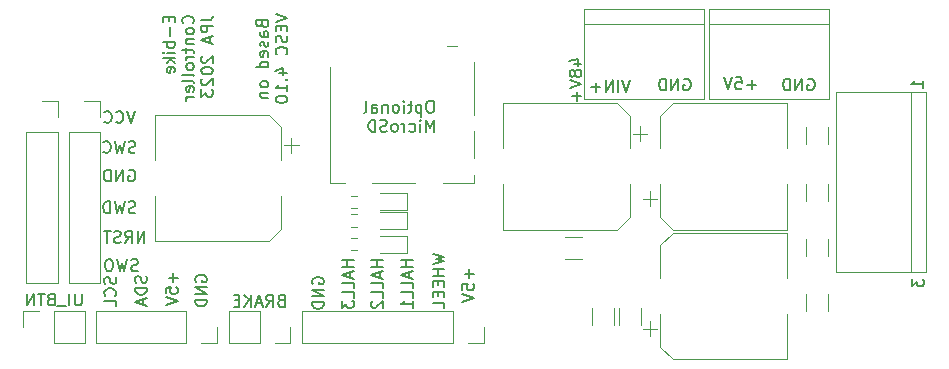
<source format=gbo>
G04 #@! TF.GenerationSoftware,KiCad,Pcbnew,7.0.2-6a45011f42~172~ubuntu20.04.1*
G04 #@! TF.CreationDate,2023-05-22T19:25:16+03:00*
G04 #@! TF.ProjectId,BLDC_4,424c4443-5f34-42e6-9b69-6361645f7063,rev?*
G04 #@! TF.SameCoordinates,PX40d9900PYa21fe80*
G04 #@! TF.FileFunction,Legend,Bot*
G04 #@! TF.FilePolarity,Positive*
%FSLAX46Y46*%
G04 Gerber Fmt 4.6, Leading zero omitted, Abs format (unit mm)*
G04 Created by KiCad (PCBNEW 7.0.2-6a45011f42~172~ubuntu20.04.1) date 2023-05-22 19:25:16*
%MOMM*%
%LPD*%
G01*
G04 APERTURE LIST*
%ADD10C,0.150000*%
%ADD11C,0.200000*%
%ADD12C,0.120000*%
G04 APERTURE END LIST*
D10*
X40661904Y99922381D02*
X40661904Y100922381D01*
X40661904Y100922381D02*
X40090476Y99922381D01*
X40090476Y99922381D02*
X40090476Y100922381D01*
X39042857Y99922381D02*
X39376190Y100398572D01*
X39614285Y99922381D02*
X39614285Y100922381D01*
X39614285Y100922381D02*
X39233333Y100922381D01*
X39233333Y100922381D02*
X39138095Y100874762D01*
X39138095Y100874762D02*
X39090476Y100827143D01*
X39090476Y100827143D02*
X39042857Y100731905D01*
X39042857Y100731905D02*
X39042857Y100589048D01*
X39042857Y100589048D02*
X39090476Y100493810D01*
X39090476Y100493810D02*
X39138095Y100446191D01*
X39138095Y100446191D02*
X39233333Y100398572D01*
X39233333Y100398572D02*
X39614285Y100398572D01*
X38661904Y99970000D02*
X38519047Y99922381D01*
X38519047Y99922381D02*
X38280952Y99922381D01*
X38280952Y99922381D02*
X38185714Y99970000D01*
X38185714Y99970000D02*
X38138095Y100017620D01*
X38138095Y100017620D02*
X38090476Y100112858D01*
X38090476Y100112858D02*
X38090476Y100208096D01*
X38090476Y100208096D02*
X38138095Y100303334D01*
X38138095Y100303334D02*
X38185714Y100350953D01*
X38185714Y100350953D02*
X38280952Y100398572D01*
X38280952Y100398572D02*
X38471428Y100446191D01*
X38471428Y100446191D02*
X38566666Y100493810D01*
X38566666Y100493810D02*
X38614285Y100541429D01*
X38614285Y100541429D02*
X38661904Y100636667D01*
X38661904Y100636667D02*
X38661904Y100731905D01*
X38661904Y100731905D02*
X38614285Y100827143D01*
X38614285Y100827143D02*
X38566666Y100874762D01*
X38566666Y100874762D02*
X38471428Y100922381D01*
X38471428Y100922381D02*
X38233333Y100922381D01*
X38233333Y100922381D02*
X38090476Y100874762D01*
X37804761Y100922381D02*
X37233333Y100922381D01*
X37519047Y99922381D02*
X37519047Y100922381D01*
X77010952Y115033334D02*
X77677619Y115033334D01*
X76630000Y115271429D02*
X77344285Y115509524D01*
X77344285Y115509524D02*
X77344285Y114890477D01*
X77106190Y114366667D02*
X77058571Y114461905D01*
X77058571Y114461905D02*
X77010952Y114509524D01*
X77010952Y114509524D02*
X76915714Y114557143D01*
X76915714Y114557143D02*
X76868095Y114557143D01*
X76868095Y114557143D02*
X76772857Y114509524D01*
X76772857Y114509524D02*
X76725238Y114461905D01*
X76725238Y114461905D02*
X76677619Y114366667D01*
X76677619Y114366667D02*
X76677619Y114176191D01*
X76677619Y114176191D02*
X76725238Y114080953D01*
X76725238Y114080953D02*
X76772857Y114033334D01*
X76772857Y114033334D02*
X76868095Y113985715D01*
X76868095Y113985715D02*
X76915714Y113985715D01*
X76915714Y113985715D02*
X77010952Y114033334D01*
X77010952Y114033334D02*
X77058571Y114080953D01*
X77058571Y114080953D02*
X77106190Y114176191D01*
X77106190Y114176191D02*
X77106190Y114366667D01*
X77106190Y114366667D02*
X77153809Y114461905D01*
X77153809Y114461905D02*
X77201428Y114509524D01*
X77201428Y114509524D02*
X77296666Y114557143D01*
X77296666Y114557143D02*
X77487142Y114557143D01*
X77487142Y114557143D02*
X77582380Y114509524D01*
X77582380Y114509524D02*
X77630000Y114461905D01*
X77630000Y114461905D02*
X77677619Y114366667D01*
X77677619Y114366667D02*
X77677619Y114176191D01*
X77677619Y114176191D02*
X77630000Y114080953D01*
X77630000Y114080953D02*
X77582380Y114033334D01*
X77582380Y114033334D02*
X77487142Y113985715D01*
X77487142Y113985715D02*
X77296666Y113985715D01*
X77296666Y113985715D02*
X77201428Y114033334D01*
X77201428Y114033334D02*
X77153809Y114080953D01*
X77153809Y114080953D02*
X77106190Y114176191D01*
X76677619Y113700000D02*
X77677619Y113366667D01*
X77677619Y113366667D02*
X76677619Y113033334D01*
X77296666Y112700000D02*
X77296666Y111938095D01*
X77677619Y112319048D02*
X76915714Y112319048D01*
X60877619Y98461905D02*
X59877619Y98461905D01*
X60353809Y98461905D02*
X60353809Y97890477D01*
X60877619Y97890477D02*
X59877619Y97890477D01*
X60591904Y97461905D02*
X60591904Y96985715D01*
X60877619Y97557143D02*
X59877619Y97223810D01*
X59877619Y97223810D02*
X60877619Y96890477D01*
X60877619Y96080953D02*
X60877619Y96557143D01*
X60877619Y96557143D02*
X59877619Y96557143D01*
X60877619Y95271429D02*
X60877619Y95747619D01*
X60877619Y95747619D02*
X59877619Y95747619D01*
X59972857Y94985714D02*
X59925238Y94938095D01*
X59925238Y94938095D02*
X59877619Y94842857D01*
X59877619Y94842857D02*
X59877619Y94604762D01*
X59877619Y94604762D02*
X59925238Y94509524D01*
X59925238Y94509524D02*
X59972857Y94461905D01*
X59972857Y94461905D02*
X60068095Y94414286D01*
X60068095Y94414286D02*
X60163333Y94414286D01*
X60163333Y94414286D02*
X60306190Y94461905D01*
X60306190Y94461905D02*
X60877619Y95033333D01*
X60877619Y95033333D02*
X60877619Y94414286D01*
X40830000Y97109524D02*
X40877619Y96966667D01*
X40877619Y96966667D02*
X40877619Y96728572D01*
X40877619Y96728572D02*
X40830000Y96633334D01*
X40830000Y96633334D02*
X40782380Y96585715D01*
X40782380Y96585715D02*
X40687142Y96538096D01*
X40687142Y96538096D02*
X40591904Y96538096D01*
X40591904Y96538096D02*
X40496666Y96585715D01*
X40496666Y96585715D02*
X40449047Y96633334D01*
X40449047Y96633334D02*
X40401428Y96728572D01*
X40401428Y96728572D02*
X40353809Y96919048D01*
X40353809Y96919048D02*
X40306190Y97014286D01*
X40306190Y97014286D02*
X40258571Y97061905D01*
X40258571Y97061905D02*
X40163333Y97109524D01*
X40163333Y97109524D02*
X40068095Y97109524D01*
X40068095Y97109524D02*
X39972857Y97061905D01*
X39972857Y97061905D02*
X39925238Y97014286D01*
X39925238Y97014286D02*
X39877619Y96919048D01*
X39877619Y96919048D02*
X39877619Y96680953D01*
X39877619Y96680953D02*
X39925238Y96538096D01*
X40877619Y96109524D02*
X39877619Y96109524D01*
X39877619Y96109524D02*
X39877619Y95871429D01*
X39877619Y95871429D02*
X39925238Y95728572D01*
X39925238Y95728572D02*
X40020476Y95633334D01*
X40020476Y95633334D02*
X40115714Y95585715D01*
X40115714Y95585715D02*
X40306190Y95538096D01*
X40306190Y95538096D02*
X40449047Y95538096D01*
X40449047Y95538096D02*
X40639523Y95585715D01*
X40639523Y95585715D02*
X40734761Y95633334D01*
X40734761Y95633334D02*
X40830000Y95728572D01*
X40830000Y95728572D02*
X40877619Y95871429D01*
X40877619Y95871429D02*
X40877619Y96109524D01*
X40591904Y95157143D02*
X40591904Y94680953D01*
X40877619Y95252381D02*
X39877619Y94919048D01*
X39877619Y94919048D02*
X40877619Y94585715D01*
X92461904Y113303334D02*
X91700000Y113303334D01*
X92080952Y112922381D02*
X92080952Y113684286D01*
X90747619Y113922381D02*
X91223809Y113922381D01*
X91223809Y113922381D02*
X91271428Y113446191D01*
X91271428Y113446191D02*
X91223809Y113493810D01*
X91223809Y113493810D02*
X91128571Y113541429D01*
X91128571Y113541429D02*
X90890476Y113541429D01*
X90890476Y113541429D02*
X90795238Y113493810D01*
X90795238Y113493810D02*
X90747619Y113446191D01*
X90747619Y113446191D02*
X90700000Y113350953D01*
X90700000Y113350953D02*
X90700000Y113112858D01*
X90700000Y113112858D02*
X90747619Y113017620D01*
X90747619Y113017620D02*
X90795238Y112970000D01*
X90795238Y112970000D02*
X90890476Y112922381D01*
X90890476Y112922381D02*
X91128571Y112922381D01*
X91128571Y112922381D02*
X91223809Y112970000D01*
X91223809Y112970000D02*
X91271428Y113017620D01*
X90414285Y113922381D02*
X90080952Y112922381D01*
X90080952Y112922381D02*
X89747619Y113922381D01*
X63377619Y98461905D02*
X62377619Y98461905D01*
X62853809Y98461905D02*
X62853809Y97890477D01*
X63377619Y97890477D02*
X62377619Y97890477D01*
X63091904Y97461905D02*
X63091904Y96985715D01*
X63377619Y97557143D02*
X62377619Y97223810D01*
X62377619Y97223810D02*
X63377619Y96890477D01*
X63377619Y96080953D02*
X63377619Y96557143D01*
X63377619Y96557143D02*
X62377619Y96557143D01*
X63377619Y95271429D02*
X63377619Y95747619D01*
X63377619Y95747619D02*
X62377619Y95747619D01*
X63377619Y94414286D02*
X63377619Y94985714D01*
X63377619Y94700000D02*
X62377619Y94700000D01*
X62377619Y94700000D02*
X62520476Y94795238D01*
X62520476Y94795238D02*
X62615714Y94890476D01*
X62615714Y94890476D02*
X62663333Y94985714D01*
X39338095Y106074762D02*
X39433333Y106122381D01*
X39433333Y106122381D02*
X39576190Y106122381D01*
X39576190Y106122381D02*
X39719047Y106074762D01*
X39719047Y106074762D02*
X39814285Y105979524D01*
X39814285Y105979524D02*
X39861904Y105884286D01*
X39861904Y105884286D02*
X39909523Y105693810D01*
X39909523Y105693810D02*
X39909523Y105550953D01*
X39909523Y105550953D02*
X39861904Y105360477D01*
X39861904Y105360477D02*
X39814285Y105265239D01*
X39814285Y105265239D02*
X39719047Y105170000D01*
X39719047Y105170000D02*
X39576190Y105122381D01*
X39576190Y105122381D02*
X39480952Y105122381D01*
X39480952Y105122381D02*
X39338095Y105170000D01*
X39338095Y105170000D02*
X39290476Y105217620D01*
X39290476Y105217620D02*
X39290476Y105550953D01*
X39290476Y105550953D02*
X39480952Y105550953D01*
X38861904Y105122381D02*
X38861904Y106122381D01*
X38861904Y106122381D02*
X38290476Y105122381D01*
X38290476Y105122381D02*
X38290476Y106122381D01*
X37814285Y105122381D02*
X37814285Y106122381D01*
X37814285Y106122381D02*
X37576190Y106122381D01*
X37576190Y106122381D02*
X37433333Y106074762D01*
X37433333Y106074762D02*
X37338095Y105979524D01*
X37338095Y105979524D02*
X37290476Y105884286D01*
X37290476Y105884286D02*
X37242857Y105693810D01*
X37242857Y105693810D02*
X37242857Y105550953D01*
X37242857Y105550953D02*
X37290476Y105360477D01*
X37290476Y105360477D02*
X37338095Y105265239D01*
X37338095Y105265239D02*
X37433333Y105170000D01*
X37433333Y105170000D02*
X37576190Y105122381D01*
X37576190Y105122381D02*
X37814285Y105122381D01*
X43096666Y97361905D02*
X43096666Y96600000D01*
X43477619Y96980953D02*
X42715714Y96980953D01*
X42477619Y95647620D02*
X42477619Y96123810D01*
X42477619Y96123810D02*
X42953809Y96171429D01*
X42953809Y96171429D02*
X42906190Y96123810D01*
X42906190Y96123810D02*
X42858571Y96028572D01*
X42858571Y96028572D02*
X42858571Y95790477D01*
X42858571Y95790477D02*
X42906190Y95695239D01*
X42906190Y95695239D02*
X42953809Y95647620D01*
X42953809Y95647620D02*
X43049047Y95600001D01*
X43049047Y95600001D02*
X43287142Y95600001D01*
X43287142Y95600001D02*
X43382380Y95647620D01*
X43382380Y95647620D02*
X43430000Y95695239D01*
X43430000Y95695239D02*
X43477619Y95790477D01*
X43477619Y95790477D02*
X43477619Y96028572D01*
X43477619Y96028572D02*
X43430000Y96123810D01*
X43430000Y96123810D02*
X43382380Y96171429D01*
X42477619Y95314286D02*
X43477619Y94980953D01*
X43477619Y94980953D02*
X42477619Y94647620D01*
X45025238Y96638096D02*
X44977619Y96733334D01*
X44977619Y96733334D02*
X44977619Y96876191D01*
X44977619Y96876191D02*
X45025238Y97019048D01*
X45025238Y97019048D02*
X45120476Y97114286D01*
X45120476Y97114286D02*
X45215714Y97161905D01*
X45215714Y97161905D02*
X45406190Y97209524D01*
X45406190Y97209524D02*
X45549047Y97209524D01*
X45549047Y97209524D02*
X45739523Y97161905D01*
X45739523Y97161905D02*
X45834761Y97114286D01*
X45834761Y97114286D02*
X45930000Y97019048D01*
X45930000Y97019048D02*
X45977619Y96876191D01*
X45977619Y96876191D02*
X45977619Y96780953D01*
X45977619Y96780953D02*
X45930000Y96638096D01*
X45930000Y96638096D02*
X45882380Y96590477D01*
X45882380Y96590477D02*
X45549047Y96590477D01*
X45549047Y96590477D02*
X45549047Y96780953D01*
X45977619Y96161905D02*
X44977619Y96161905D01*
X44977619Y96161905D02*
X45977619Y95590477D01*
X45977619Y95590477D02*
X44977619Y95590477D01*
X45977619Y95114286D02*
X44977619Y95114286D01*
X44977619Y95114286D02*
X44977619Y94876191D01*
X44977619Y94876191D02*
X45025238Y94733334D01*
X45025238Y94733334D02*
X45120476Y94638096D01*
X45120476Y94638096D02*
X45215714Y94590477D01*
X45215714Y94590477D02*
X45406190Y94542858D01*
X45406190Y94542858D02*
X45549047Y94542858D01*
X45549047Y94542858D02*
X45739523Y94590477D01*
X45739523Y94590477D02*
X45834761Y94638096D01*
X45834761Y94638096D02*
X45930000Y94733334D01*
X45930000Y94733334D02*
X45977619Y94876191D01*
X45977619Y94876191D02*
X45977619Y95114286D01*
X65077619Y98957143D02*
X66077619Y98719048D01*
X66077619Y98719048D02*
X65363333Y98528572D01*
X65363333Y98528572D02*
X66077619Y98338096D01*
X66077619Y98338096D02*
X65077619Y98100000D01*
X66077619Y97719048D02*
X65077619Y97719048D01*
X65553809Y97719048D02*
X65553809Y97147620D01*
X66077619Y97147620D02*
X65077619Y97147620D01*
X65553809Y96671429D02*
X65553809Y96338096D01*
X66077619Y96195239D02*
X66077619Y96671429D01*
X66077619Y96671429D02*
X65077619Y96671429D01*
X65077619Y96671429D02*
X65077619Y96195239D01*
X65553809Y95766667D02*
X65553809Y95433334D01*
X66077619Y95290477D02*
X66077619Y95766667D01*
X66077619Y95766667D02*
X65077619Y95766667D01*
X65077619Y95766667D02*
X65077619Y95290477D01*
X66077619Y94385715D02*
X66077619Y94861905D01*
X66077619Y94861905D02*
X65077619Y94861905D01*
X54925238Y96438096D02*
X54877619Y96533334D01*
X54877619Y96533334D02*
X54877619Y96676191D01*
X54877619Y96676191D02*
X54925238Y96819048D01*
X54925238Y96819048D02*
X55020476Y96914286D01*
X55020476Y96914286D02*
X55115714Y96961905D01*
X55115714Y96961905D02*
X55306190Y97009524D01*
X55306190Y97009524D02*
X55449047Y97009524D01*
X55449047Y97009524D02*
X55639523Y96961905D01*
X55639523Y96961905D02*
X55734761Y96914286D01*
X55734761Y96914286D02*
X55830000Y96819048D01*
X55830000Y96819048D02*
X55877619Y96676191D01*
X55877619Y96676191D02*
X55877619Y96580953D01*
X55877619Y96580953D02*
X55830000Y96438096D01*
X55830000Y96438096D02*
X55782380Y96390477D01*
X55782380Y96390477D02*
X55449047Y96390477D01*
X55449047Y96390477D02*
X55449047Y96580953D01*
X55877619Y95961905D02*
X54877619Y95961905D01*
X54877619Y95961905D02*
X55877619Y95390477D01*
X55877619Y95390477D02*
X54877619Y95390477D01*
X55877619Y94914286D02*
X54877619Y94914286D01*
X54877619Y94914286D02*
X54877619Y94676191D01*
X54877619Y94676191D02*
X54925238Y94533334D01*
X54925238Y94533334D02*
X55020476Y94438096D01*
X55020476Y94438096D02*
X55115714Y94390477D01*
X55115714Y94390477D02*
X55306190Y94342858D01*
X55306190Y94342858D02*
X55449047Y94342858D01*
X55449047Y94342858D02*
X55639523Y94390477D01*
X55639523Y94390477D02*
X55734761Y94438096D01*
X55734761Y94438096D02*
X55830000Y94533334D01*
X55830000Y94533334D02*
X55877619Y94676191D01*
X55877619Y94676191D02*
X55877619Y94914286D01*
X39909523Y107570000D02*
X39766666Y107522381D01*
X39766666Y107522381D02*
X39528571Y107522381D01*
X39528571Y107522381D02*
X39433333Y107570000D01*
X39433333Y107570000D02*
X39385714Y107617620D01*
X39385714Y107617620D02*
X39338095Y107712858D01*
X39338095Y107712858D02*
X39338095Y107808096D01*
X39338095Y107808096D02*
X39385714Y107903334D01*
X39385714Y107903334D02*
X39433333Y107950953D01*
X39433333Y107950953D02*
X39528571Y107998572D01*
X39528571Y107998572D02*
X39719047Y108046191D01*
X39719047Y108046191D02*
X39814285Y108093810D01*
X39814285Y108093810D02*
X39861904Y108141429D01*
X39861904Y108141429D02*
X39909523Y108236667D01*
X39909523Y108236667D02*
X39909523Y108331905D01*
X39909523Y108331905D02*
X39861904Y108427143D01*
X39861904Y108427143D02*
X39814285Y108474762D01*
X39814285Y108474762D02*
X39719047Y108522381D01*
X39719047Y108522381D02*
X39480952Y108522381D01*
X39480952Y108522381D02*
X39338095Y108474762D01*
X39004761Y108522381D02*
X38766666Y107522381D01*
X38766666Y107522381D02*
X38576190Y108236667D01*
X38576190Y108236667D02*
X38385714Y107522381D01*
X38385714Y107522381D02*
X38147619Y108522381D01*
X37195238Y107617620D02*
X37242857Y107570000D01*
X37242857Y107570000D02*
X37385714Y107522381D01*
X37385714Y107522381D02*
X37480952Y107522381D01*
X37480952Y107522381D02*
X37623809Y107570000D01*
X37623809Y107570000D02*
X37719047Y107665239D01*
X37719047Y107665239D02*
X37766666Y107760477D01*
X37766666Y107760477D02*
X37814285Y107950953D01*
X37814285Y107950953D02*
X37814285Y108093810D01*
X37814285Y108093810D02*
X37766666Y108284286D01*
X37766666Y108284286D02*
X37719047Y108379524D01*
X37719047Y108379524D02*
X37623809Y108474762D01*
X37623809Y108474762D02*
X37480952Y108522381D01*
X37480952Y108522381D02*
X37385714Y108522381D01*
X37385714Y108522381D02*
X37242857Y108474762D01*
X37242857Y108474762D02*
X37195238Y108427143D01*
X105677619Y96857143D02*
X105677619Y96238096D01*
X105677619Y96238096D02*
X106058571Y96571429D01*
X106058571Y96571429D02*
X106058571Y96428572D01*
X106058571Y96428572D02*
X106106190Y96333334D01*
X106106190Y96333334D02*
X106153809Y96285715D01*
X106153809Y96285715D02*
X106249047Y96238096D01*
X106249047Y96238096D02*
X106487142Y96238096D01*
X106487142Y96238096D02*
X106582380Y96285715D01*
X106582380Y96285715D02*
X106630000Y96333334D01*
X106630000Y96333334D02*
X106677619Y96428572D01*
X106677619Y96428572D02*
X106677619Y96714286D01*
X106677619Y96714286D02*
X106630000Y96809524D01*
X106630000Y96809524D02*
X106582380Y96857143D01*
X68196666Y97661905D02*
X68196666Y96900000D01*
X68577619Y97280953D02*
X67815714Y97280953D01*
X67577619Y95947620D02*
X67577619Y96423810D01*
X67577619Y96423810D02*
X68053809Y96471429D01*
X68053809Y96471429D02*
X68006190Y96423810D01*
X68006190Y96423810D02*
X67958571Y96328572D01*
X67958571Y96328572D02*
X67958571Y96090477D01*
X67958571Y96090477D02*
X68006190Y95995239D01*
X68006190Y95995239D02*
X68053809Y95947620D01*
X68053809Y95947620D02*
X68149047Y95900001D01*
X68149047Y95900001D02*
X68387142Y95900001D01*
X68387142Y95900001D02*
X68482380Y95947620D01*
X68482380Y95947620D02*
X68530000Y95995239D01*
X68530000Y95995239D02*
X68577619Y96090477D01*
X68577619Y96090477D02*
X68577619Y96328572D01*
X68577619Y96328572D02*
X68530000Y96423810D01*
X68530000Y96423810D02*
X68482380Y96471429D01*
X67577619Y95614286D02*
X68577619Y95280953D01*
X68577619Y95280953D02*
X67577619Y94947620D01*
D11*
X42718809Y119061905D02*
X42718809Y118728572D01*
X43242619Y118585715D02*
X43242619Y119061905D01*
X43242619Y119061905D02*
X42242619Y119061905D01*
X42242619Y119061905D02*
X42242619Y118585715D01*
X42861666Y118157143D02*
X42861666Y117395238D01*
X43242619Y116919048D02*
X42242619Y116919048D01*
X42623571Y116919048D02*
X42575952Y116823810D01*
X42575952Y116823810D02*
X42575952Y116633334D01*
X42575952Y116633334D02*
X42623571Y116538096D01*
X42623571Y116538096D02*
X42671190Y116490477D01*
X42671190Y116490477D02*
X42766428Y116442858D01*
X42766428Y116442858D02*
X43052142Y116442858D01*
X43052142Y116442858D02*
X43147380Y116490477D01*
X43147380Y116490477D02*
X43195000Y116538096D01*
X43195000Y116538096D02*
X43242619Y116633334D01*
X43242619Y116633334D02*
X43242619Y116823810D01*
X43242619Y116823810D02*
X43195000Y116919048D01*
X43242619Y116014286D02*
X42575952Y116014286D01*
X42242619Y116014286D02*
X42290238Y116061905D01*
X42290238Y116061905D02*
X42337857Y116014286D01*
X42337857Y116014286D02*
X42290238Y115966667D01*
X42290238Y115966667D02*
X42242619Y116014286D01*
X42242619Y116014286D02*
X42337857Y116014286D01*
X43242619Y115538096D02*
X42242619Y115538096D01*
X42861666Y115442858D02*
X43242619Y115157144D01*
X42575952Y115157144D02*
X42956904Y115538096D01*
X43195000Y114347620D02*
X43242619Y114442858D01*
X43242619Y114442858D02*
X43242619Y114633334D01*
X43242619Y114633334D02*
X43195000Y114728572D01*
X43195000Y114728572D02*
X43099761Y114776191D01*
X43099761Y114776191D02*
X42718809Y114776191D01*
X42718809Y114776191D02*
X42623571Y114728572D01*
X42623571Y114728572D02*
X42575952Y114633334D01*
X42575952Y114633334D02*
X42575952Y114442858D01*
X42575952Y114442858D02*
X42623571Y114347620D01*
X42623571Y114347620D02*
X42718809Y114300001D01*
X42718809Y114300001D02*
X42814047Y114300001D01*
X42814047Y114300001D02*
X42909285Y114776191D01*
X44767380Y118490477D02*
X44815000Y118538096D01*
X44815000Y118538096D02*
X44862619Y118680953D01*
X44862619Y118680953D02*
X44862619Y118776191D01*
X44862619Y118776191D02*
X44815000Y118919048D01*
X44815000Y118919048D02*
X44719761Y119014286D01*
X44719761Y119014286D02*
X44624523Y119061905D01*
X44624523Y119061905D02*
X44434047Y119109524D01*
X44434047Y119109524D02*
X44291190Y119109524D01*
X44291190Y119109524D02*
X44100714Y119061905D01*
X44100714Y119061905D02*
X44005476Y119014286D01*
X44005476Y119014286D02*
X43910238Y118919048D01*
X43910238Y118919048D02*
X43862619Y118776191D01*
X43862619Y118776191D02*
X43862619Y118680953D01*
X43862619Y118680953D02*
X43910238Y118538096D01*
X43910238Y118538096D02*
X43957857Y118490477D01*
X44862619Y117919048D02*
X44815000Y118014286D01*
X44815000Y118014286D02*
X44767380Y118061905D01*
X44767380Y118061905D02*
X44672142Y118109524D01*
X44672142Y118109524D02*
X44386428Y118109524D01*
X44386428Y118109524D02*
X44291190Y118061905D01*
X44291190Y118061905D02*
X44243571Y118014286D01*
X44243571Y118014286D02*
X44195952Y117919048D01*
X44195952Y117919048D02*
X44195952Y117776191D01*
X44195952Y117776191D02*
X44243571Y117680953D01*
X44243571Y117680953D02*
X44291190Y117633334D01*
X44291190Y117633334D02*
X44386428Y117585715D01*
X44386428Y117585715D02*
X44672142Y117585715D01*
X44672142Y117585715D02*
X44767380Y117633334D01*
X44767380Y117633334D02*
X44815000Y117680953D01*
X44815000Y117680953D02*
X44862619Y117776191D01*
X44862619Y117776191D02*
X44862619Y117919048D01*
X44195952Y117157143D02*
X44862619Y117157143D01*
X44291190Y117157143D02*
X44243571Y117109524D01*
X44243571Y117109524D02*
X44195952Y117014286D01*
X44195952Y117014286D02*
X44195952Y116871429D01*
X44195952Y116871429D02*
X44243571Y116776191D01*
X44243571Y116776191D02*
X44338809Y116728572D01*
X44338809Y116728572D02*
X44862619Y116728572D01*
X44195952Y116395238D02*
X44195952Y116014286D01*
X43862619Y116252381D02*
X44719761Y116252381D01*
X44719761Y116252381D02*
X44815000Y116204762D01*
X44815000Y116204762D02*
X44862619Y116109524D01*
X44862619Y116109524D02*
X44862619Y116014286D01*
X44862619Y115680952D02*
X44195952Y115680952D01*
X44386428Y115680952D02*
X44291190Y115633333D01*
X44291190Y115633333D02*
X44243571Y115585714D01*
X44243571Y115585714D02*
X44195952Y115490476D01*
X44195952Y115490476D02*
X44195952Y115395238D01*
X44862619Y114919047D02*
X44815000Y115014285D01*
X44815000Y115014285D02*
X44767380Y115061904D01*
X44767380Y115061904D02*
X44672142Y115109523D01*
X44672142Y115109523D02*
X44386428Y115109523D01*
X44386428Y115109523D02*
X44291190Y115061904D01*
X44291190Y115061904D02*
X44243571Y115014285D01*
X44243571Y115014285D02*
X44195952Y114919047D01*
X44195952Y114919047D02*
X44195952Y114776190D01*
X44195952Y114776190D02*
X44243571Y114680952D01*
X44243571Y114680952D02*
X44291190Y114633333D01*
X44291190Y114633333D02*
X44386428Y114585714D01*
X44386428Y114585714D02*
X44672142Y114585714D01*
X44672142Y114585714D02*
X44767380Y114633333D01*
X44767380Y114633333D02*
X44815000Y114680952D01*
X44815000Y114680952D02*
X44862619Y114776190D01*
X44862619Y114776190D02*
X44862619Y114919047D01*
X44862619Y114014285D02*
X44815000Y114109523D01*
X44815000Y114109523D02*
X44719761Y114157142D01*
X44719761Y114157142D02*
X43862619Y114157142D01*
X44862619Y113490475D02*
X44815000Y113585713D01*
X44815000Y113585713D02*
X44719761Y113633332D01*
X44719761Y113633332D02*
X43862619Y113633332D01*
X44815000Y112728570D02*
X44862619Y112823808D01*
X44862619Y112823808D02*
X44862619Y113014284D01*
X44862619Y113014284D02*
X44815000Y113109522D01*
X44815000Y113109522D02*
X44719761Y113157141D01*
X44719761Y113157141D02*
X44338809Y113157141D01*
X44338809Y113157141D02*
X44243571Y113109522D01*
X44243571Y113109522D02*
X44195952Y113014284D01*
X44195952Y113014284D02*
X44195952Y112823808D01*
X44195952Y112823808D02*
X44243571Y112728570D01*
X44243571Y112728570D02*
X44338809Y112680951D01*
X44338809Y112680951D02*
X44434047Y112680951D01*
X44434047Y112680951D02*
X44529285Y113157141D01*
X44862619Y112252379D02*
X44195952Y112252379D01*
X44386428Y112252379D02*
X44291190Y112204760D01*
X44291190Y112204760D02*
X44243571Y112157141D01*
X44243571Y112157141D02*
X44195952Y112061903D01*
X44195952Y112061903D02*
X44195952Y111966665D01*
X45482619Y118776191D02*
X46196904Y118776191D01*
X46196904Y118776191D02*
X46339761Y118823810D01*
X46339761Y118823810D02*
X46435000Y118919048D01*
X46435000Y118919048D02*
X46482619Y119061905D01*
X46482619Y119061905D02*
X46482619Y119157143D01*
X46482619Y118300000D02*
X45482619Y118300000D01*
X45482619Y118300000D02*
X45482619Y117919048D01*
X45482619Y117919048D02*
X45530238Y117823810D01*
X45530238Y117823810D02*
X45577857Y117776191D01*
X45577857Y117776191D02*
X45673095Y117728572D01*
X45673095Y117728572D02*
X45815952Y117728572D01*
X45815952Y117728572D02*
X45911190Y117776191D01*
X45911190Y117776191D02*
X45958809Y117823810D01*
X45958809Y117823810D02*
X46006428Y117919048D01*
X46006428Y117919048D02*
X46006428Y118300000D01*
X46196904Y117347619D02*
X46196904Y116871429D01*
X46482619Y117442857D02*
X45482619Y117109524D01*
X45482619Y117109524D02*
X46482619Y116776191D01*
X45577857Y115728571D02*
X45530238Y115680952D01*
X45530238Y115680952D02*
X45482619Y115585714D01*
X45482619Y115585714D02*
X45482619Y115347619D01*
X45482619Y115347619D02*
X45530238Y115252381D01*
X45530238Y115252381D02*
X45577857Y115204762D01*
X45577857Y115204762D02*
X45673095Y115157143D01*
X45673095Y115157143D02*
X45768333Y115157143D01*
X45768333Y115157143D02*
X45911190Y115204762D01*
X45911190Y115204762D02*
X46482619Y115776190D01*
X46482619Y115776190D02*
X46482619Y115157143D01*
X45482619Y114538095D02*
X45482619Y114442857D01*
X45482619Y114442857D02*
X45530238Y114347619D01*
X45530238Y114347619D02*
X45577857Y114300000D01*
X45577857Y114300000D02*
X45673095Y114252381D01*
X45673095Y114252381D02*
X45863571Y114204762D01*
X45863571Y114204762D02*
X46101666Y114204762D01*
X46101666Y114204762D02*
X46292142Y114252381D01*
X46292142Y114252381D02*
X46387380Y114300000D01*
X46387380Y114300000D02*
X46435000Y114347619D01*
X46435000Y114347619D02*
X46482619Y114442857D01*
X46482619Y114442857D02*
X46482619Y114538095D01*
X46482619Y114538095D02*
X46435000Y114633333D01*
X46435000Y114633333D02*
X46387380Y114680952D01*
X46387380Y114680952D02*
X46292142Y114728571D01*
X46292142Y114728571D02*
X46101666Y114776190D01*
X46101666Y114776190D02*
X45863571Y114776190D01*
X45863571Y114776190D02*
X45673095Y114728571D01*
X45673095Y114728571D02*
X45577857Y114680952D01*
X45577857Y114680952D02*
X45530238Y114633333D01*
X45530238Y114633333D02*
X45482619Y114538095D01*
X45577857Y113823809D02*
X45530238Y113776190D01*
X45530238Y113776190D02*
X45482619Y113680952D01*
X45482619Y113680952D02*
X45482619Y113442857D01*
X45482619Y113442857D02*
X45530238Y113347619D01*
X45530238Y113347619D02*
X45577857Y113300000D01*
X45577857Y113300000D02*
X45673095Y113252381D01*
X45673095Y113252381D02*
X45768333Y113252381D01*
X45768333Y113252381D02*
X45911190Y113300000D01*
X45911190Y113300000D02*
X46482619Y113871428D01*
X46482619Y113871428D02*
X46482619Y113252381D01*
X45482619Y112919047D02*
X45482619Y112300000D01*
X45482619Y112300000D02*
X45863571Y112633333D01*
X45863571Y112633333D02*
X45863571Y112490476D01*
X45863571Y112490476D02*
X45911190Y112395238D01*
X45911190Y112395238D02*
X45958809Y112347619D01*
X45958809Y112347619D02*
X46054047Y112300000D01*
X46054047Y112300000D02*
X46292142Y112300000D01*
X46292142Y112300000D02*
X46387380Y112347619D01*
X46387380Y112347619D02*
X46435000Y112395238D01*
X46435000Y112395238D02*
X46482619Y112490476D01*
X46482619Y112490476D02*
X46482619Y112776190D01*
X46482619Y112776190D02*
X46435000Y112871428D01*
X46435000Y112871428D02*
X46387380Y112919047D01*
X50628809Y118452382D02*
X50676428Y118309525D01*
X50676428Y118309525D02*
X50724047Y118261906D01*
X50724047Y118261906D02*
X50819285Y118214287D01*
X50819285Y118214287D02*
X50962142Y118214287D01*
X50962142Y118214287D02*
X51057380Y118261906D01*
X51057380Y118261906D02*
X51105000Y118309525D01*
X51105000Y118309525D02*
X51152619Y118404763D01*
X51152619Y118404763D02*
X51152619Y118785715D01*
X51152619Y118785715D02*
X50152619Y118785715D01*
X50152619Y118785715D02*
X50152619Y118452382D01*
X50152619Y118452382D02*
X50200238Y118357144D01*
X50200238Y118357144D02*
X50247857Y118309525D01*
X50247857Y118309525D02*
X50343095Y118261906D01*
X50343095Y118261906D02*
X50438333Y118261906D01*
X50438333Y118261906D02*
X50533571Y118309525D01*
X50533571Y118309525D02*
X50581190Y118357144D01*
X50581190Y118357144D02*
X50628809Y118452382D01*
X50628809Y118452382D02*
X50628809Y118785715D01*
X51152619Y117357144D02*
X50628809Y117357144D01*
X50628809Y117357144D02*
X50533571Y117404763D01*
X50533571Y117404763D02*
X50485952Y117500001D01*
X50485952Y117500001D02*
X50485952Y117690477D01*
X50485952Y117690477D02*
X50533571Y117785715D01*
X51105000Y117357144D02*
X51152619Y117452382D01*
X51152619Y117452382D02*
X51152619Y117690477D01*
X51152619Y117690477D02*
X51105000Y117785715D01*
X51105000Y117785715D02*
X51009761Y117833334D01*
X51009761Y117833334D02*
X50914523Y117833334D01*
X50914523Y117833334D02*
X50819285Y117785715D01*
X50819285Y117785715D02*
X50771666Y117690477D01*
X50771666Y117690477D02*
X50771666Y117452382D01*
X50771666Y117452382D02*
X50724047Y117357144D01*
X51105000Y116928572D02*
X51152619Y116833334D01*
X51152619Y116833334D02*
X51152619Y116642858D01*
X51152619Y116642858D02*
X51105000Y116547620D01*
X51105000Y116547620D02*
X51009761Y116500001D01*
X51009761Y116500001D02*
X50962142Y116500001D01*
X50962142Y116500001D02*
X50866904Y116547620D01*
X50866904Y116547620D02*
X50819285Y116642858D01*
X50819285Y116642858D02*
X50819285Y116785715D01*
X50819285Y116785715D02*
X50771666Y116880953D01*
X50771666Y116880953D02*
X50676428Y116928572D01*
X50676428Y116928572D02*
X50628809Y116928572D01*
X50628809Y116928572D02*
X50533571Y116880953D01*
X50533571Y116880953D02*
X50485952Y116785715D01*
X50485952Y116785715D02*
X50485952Y116642858D01*
X50485952Y116642858D02*
X50533571Y116547620D01*
X51105000Y115690477D02*
X51152619Y115785715D01*
X51152619Y115785715D02*
X51152619Y115976191D01*
X51152619Y115976191D02*
X51105000Y116071429D01*
X51105000Y116071429D02*
X51009761Y116119048D01*
X51009761Y116119048D02*
X50628809Y116119048D01*
X50628809Y116119048D02*
X50533571Y116071429D01*
X50533571Y116071429D02*
X50485952Y115976191D01*
X50485952Y115976191D02*
X50485952Y115785715D01*
X50485952Y115785715D02*
X50533571Y115690477D01*
X50533571Y115690477D02*
X50628809Y115642858D01*
X50628809Y115642858D02*
X50724047Y115642858D01*
X50724047Y115642858D02*
X50819285Y116119048D01*
X51152619Y114785715D02*
X50152619Y114785715D01*
X51105000Y114785715D02*
X51152619Y114880953D01*
X51152619Y114880953D02*
X51152619Y115071429D01*
X51152619Y115071429D02*
X51105000Y115166667D01*
X51105000Y115166667D02*
X51057380Y115214286D01*
X51057380Y115214286D02*
X50962142Y115261905D01*
X50962142Y115261905D02*
X50676428Y115261905D01*
X50676428Y115261905D02*
X50581190Y115214286D01*
X50581190Y115214286D02*
X50533571Y115166667D01*
X50533571Y115166667D02*
X50485952Y115071429D01*
X50485952Y115071429D02*
X50485952Y114880953D01*
X50485952Y114880953D02*
X50533571Y114785715D01*
X51152619Y113404762D02*
X51105000Y113500000D01*
X51105000Y113500000D02*
X51057380Y113547619D01*
X51057380Y113547619D02*
X50962142Y113595238D01*
X50962142Y113595238D02*
X50676428Y113595238D01*
X50676428Y113595238D02*
X50581190Y113547619D01*
X50581190Y113547619D02*
X50533571Y113500000D01*
X50533571Y113500000D02*
X50485952Y113404762D01*
X50485952Y113404762D02*
X50485952Y113261905D01*
X50485952Y113261905D02*
X50533571Y113166667D01*
X50533571Y113166667D02*
X50581190Y113119048D01*
X50581190Y113119048D02*
X50676428Y113071429D01*
X50676428Y113071429D02*
X50962142Y113071429D01*
X50962142Y113071429D02*
X51057380Y113119048D01*
X51057380Y113119048D02*
X51105000Y113166667D01*
X51105000Y113166667D02*
X51152619Y113261905D01*
X51152619Y113261905D02*
X51152619Y113404762D01*
X50485952Y112642857D02*
X51152619Y112642857D01*
X50581190Y112642857D02*
X50533571Y112595238D01*
X50533571Y112595238D02*
X50485952Y112500000D01*
X50485952Y112500000D02*
X50485952Y112357143D01*
X50485952Y112357143D02*
X50533571Y112261905D01*
X50533571Y112261905D02*
X50628809Y112214286D01*
X50628809Y112214286D02*
X51152619Y112214286D01*
X51772619Y119309524D02*
X52772619Y118976191D01*
X52772619Y118976191D02*
X51772619Y118642858D01*
X52248809Y118309524D02*
X52248809Y117976191D01*
X52772619Y117833334D02*
X52772619Y118309524D01*
X52772619Y118309524D02*
X51772619Y118309524D01*
X51772619Y118309524D02*
X51772619Y117833334D01*
X52725000Y117452381D02*
X52772619Y117309524D01*
X52772619Y117309524D02*
X52772619Y117071429D01*
X52772619Y117071429D02*
X52725000Y116976191D01*
X52725000Y116976191D02*
X52677380Y116928572D01*
X52677380Y116928572D02*
X52582142Y116880953D01*
X52582142Y116880953D02*
X52486904Y116880953D01*
X52486904Y116880953D02*
X52391666Y116928572D01*
X52391666Y116928572D02*
X52344047Y116976191D01*
X52344047Y116976191D02*
X52296428Y117071429D01*
X52296428Y117071429D02*
X52248809Y117261905D01*
X52248809Y117261905D02*
X52201190Y117357143D01*
X52201190Y117357143D02*
X52153571Y117404762D01*
X52153571Y117404762D02*
X52058333Y117452381D01*
X52058333Y117452381D02*
X51963095Y117452381D01*
X51963095Y117452381D02*
X51867857Y117404762D01*
X51867857Y117404762D02*
X51820238Y117357143D01*
X51820238Y117357143D02*
X51772619Y117261905D01*
X51772619Y117261905D02*
X51772619Y117023810D01*
X51772619Y117023810D02*
X51820238Y116880953D01*
X52677380Y115880953D02*
X52725000Y115928572D01*
X52725000Y115928572D02*
X52772619Y116071429D01*
X52772619Y116071429D02*
X52772619Y116166667D01*
X52772619Y116166667D02*
X52725000Y116309524D01*
X52725000Y116309524D02*
X52629761Y116404762D01*
X52629761Y116404762D02*
X52534523Y116452381D01*
X52534523Y116452381D02*
X52344047Y116500000D01*
X52344047Y116500000D02*
X52201190Y116500000D01*
X52201190Y116500000D02*
X52010714Y116452381D01*
X52010714Y116452381D02*
X51915476Y116404762D01*
X51915476Y116404762D02*
X51820238Y116309524D01*
X51820238Y116309524D02*
X51772619Y116166667D01*
X51772619Y116166667D02*
X51772619Y116071429D01*
X51772619Y116071429D02*
X51820238Y115928572D01*
X51820238Y115928572D02*
X51867857Y115880953D01*
X52105952Y114261905D02*
X52772619Y114261905D01*
X51725000Y114500000D02*
X52439285Y114738095D01*
X52439285Y114738095D02*
X52439285Y114119048D01*
X52677380Y113738095D02*
X52725000Y113690476D01*
X52725000Y113690476D02*
X52772619Y113738095D01*
X52772619Y113738095D02*
X52725000Y113785714D01*
X52725000Y113785714D02*
X52677380Y113738095D01*
X52677380Y113738095D02*
X52772619Y113738095D01*
X52772619Y112738096D02*
X52772619Y113309524D01*
X52772619Y113023810D02*
X51772619Y113023810D01*
X51772619Y113023810D02*
X51915476Y113119048D01*
X51915476Y113119048D02*
X52010714Y113214286D01*
X52010714Y113214286D02*
X52058333Y113309524D01*
X51772619Y112119048D02*
X51772619Y112023810D01*
X51772619Y112023810D02*
X51820238Y111928572D01*
X51820238Y111928572D02*
X51867857Y111880953D01*
X51867857Y111880953D02*
X51963095Y111833334D01*
X51963095Y111833334D02*
X52153571Y111785715D01*
X52153571Y111785715D02*
X52391666Y111785715D01*
X52391666Y111785715D02*
X52582142Y111833334D01*
X52582142Y111833334D02*
X52677380Y111880953D01*
X52677380Y111880953D02*
X52725000Y111928572D01*
X52725000Y111928572D02*
X52772619Y112023810D01*
X52772619Y112023810D02*
X52772619Y112119048D01*
X52772619Y112119048D02*
X52725000Y112214286D01*
X52725000Y112214286D02*
X52677380Y112261905D01*
X52677380Y112261905D02*
X52582142Y112309524D01*
X52582142Y112309524D02*
X52391666Y112357143D01*
X52391666Y112357143D02*
X52153571Y112357143D01*
X52153571Y112357143D02*
X51963095Y112309524D01*
X51963095Y112309524D02*
X51867857Y112261905D01*
X51867857Y112261905D02*
X51820238Y112214286D01*
X51820238Y112214286D02*
X51772619Y112119048D01*
D10*
X52228571Y95046191D02*
X52085714Y94998572D01*
X52085714Y94998572D02*
X52038095Y94950953D01*
X52038095Y94950953D02*
X51990476Y94855715D01*
X51990476Y94855715D02*
X51990476Y94712858D01*
X51990476Y94712858D02*
X52038095Y94617620D01*
X52038095Y94617620D02*
X52085714Y94570000D01*
X52085714Y94570000D02*
X52180952Y94522381D01*
X52180952Y94522381D02*
X52561904Y94522381D01*
X52561904Y94522381D02*
X52561904Y95522381D01*
X52561904Y95522381D02*
X52228571Y95522381D01*
X52228571Y95522381D02*
X52133333Y95474762D01*
X52133333Y95474762D02*
X52085714Y95427143D01*
X52085714Y95427143D02*
X52038095Y95331905D01*
X52038095Y95331905D02*
X52038095Y95236667D01*
X52038095Y95236667D02*
X52085714Y95141429D01*
X52085714Y95141429D02*
X52133333Y95093810D01*
X52133333Y95093810D02*
X52228571Y95046191D01*
X52228571Y95046191D02*
X52561904Y95046191D01*
X50990476Y94522381D02*
X51323809Y94998572D01*
X51561904Y94522381D02*
X51561904Y95522381D01*
X51561904Y95522381D02*
X51180952Y95522381D01*
X51180952Y95522381D02*
X51085714Y95474762D01*
X51085714Y95474762D02*
X51038095Y95427143D01*
X51038095Y95427143D02*
X50990476Y95331905D01*
X50990476Y95331905D02*
X50990476Y95189048D01*
X50990476Y95189048D02*
X51038095Y95093810D01*
X51038095Y95093810D02*
X51085714Y95046191D01*
X51085714Y95046191D02*
X51180952Y94998572D01*
X51180952Y94998572D02*
X51561904Y94998572D01*
X50609523Y94808096D02*
X50133333Y94808096D01*
X50704761Y94522381D02*
X50371428Y95522381D01*
X50371428Y95522381D02*
X50038095Y94522381D01*
X49704761Y94522381D02*
X49704761Y95522381D01*
X49133333Y94522381D02*
X49561904Y95093810D01*
X49133333Y95522381D02*
X49704761Y94950953D01*
X48704761Y95046191D02*
X48371428Y95046191D01*
X48228571Y94522381D02*
X48704761Y94522381D01*
X48704761Y94522381D02*
X48704761Y95522381D01*
X48704761Y95522381D02*
X48228571Y95522381D01*
X86338095Y113774762D02*
X86433333Y113822381D01*
X86433333Y113822381D02*
X86576190Y113822381D01*
X86576190Y113822381D02*
X86719047Y113774762D01*
X86719047Y113774762D02*
X86814285Y113679524D01*
X86814285Y113679524D02*
X86861904Y113584286D01*
X86861904Y113584286D02*
X86909523Y113393810D01*
X86909523Y113393810D02*
X86909523Y113250953D01*
X86909523Y113250953D02*
X86861904Y113060477D01*
X86861904Y113060477D02*
X86814285Y112965239D01*
X86814285Y112965239D02*
X86719047Y112870000D01*
X86719047Y112870000D02*
X86576190Y112822381D01*
X86576190Y112822381D02*
X86480952Y112822381D01*
X86480952Y112822381D02*
X86338095Y112870000D01*
X86338095Y112870000D02*
X86290476Y112917620D01*
X86290476Y112917620D02*
X86290476Y113250953D01*
X86290476Y113250953D02*
X86480952Y113250953D01*
X85861904Y112822381D02*
X85861904Y113822381D01*
X85861904Y113822381D02*
X85290476Y112822381D01*
X85290476Y112822381D02*
X85290476Y113822381D01*
X84814285Y112822381D02*
X84814285Y113822381D01*
X84814285Y113822381D02*
X84576190Y113822381D01*
X84576190Y113822381D02*
X84433333Y113774762D01*
X84433333Y113774762D02*
X84338095Y113679524D01*
X84338095Y113679524D02*
X84290476Y113584286D01*
X84290476Y113584286D02*
X84242857Y113393810D01*
X84242857Y113393810D02*
X84242857Y113250953D01*
X84242857Y113250953D02*
X84290476Y113060477D01*
X84290476Y113060477D02*
X84338095Y112965239D01*
X84338095Y112965239D02*
X84433333Y112870000D01*
X84433333Y112870000D02*
X84576190Y112822381D01*
X84576190Y112822381D02*
X84814285Y112822381D01*
X38230000Y97009524D02*
X38277619Y96866667D01*
X38277619Y96866667D02*
X38277619Y96628572D01*
X38277619Y96628572D02*
X38230000Y96533334D01*
X38230000Y96533334D02*
X38182380Y96485715D01*
X38182380Y96485715D02*
X38087142Y96438096D01*
X38087142Y96438096D02*
X37991904Y96438096D01*
X37991904Y96438096D02*
X37896666Y96485715D01*
X37896666Y96485715D02*
X37849047Y96533334D01*
X37849047Y96533334D02*
X37801428Y96628572D01*
X37801428Y96628572D02*
X37753809Y96819048D01*
X37753809Y96819048D02*
X37706190Y96914286D01*
X37706190Y96914286D02*
X37658571Y96961905D01*
X37658571Y96961905D02*
X37563333Y97009524D01*
X37563333Y97009524D02*
X37468095Y97009524D01*
X37468095Y97009524D02*
X37372857Y96961905D01*
X37372857Y96961905D02*
X37325238Y96914286D01*
X37325238Y96914286D02*
X37277619Y96819048D01*
X37277619Y96819048D02*
X37277619Y96580953D01*
X37277619Y96580953D02*
X37325238Y96438096D01*
X38182380Y95438096D02*
X38230000Y95485715D01*
X38230000Y95485715D02*
X38277619Y95628572D01*
X38277619Y95628572D02*
X38277619Y95723810D01*
X38277619Y95723810D02*
X38230000Y95866667D01*
X38230000Y95866667D02*
X38134761Y95961905D01*
X38134761Y95961905D02*
X38039523Y96009524D01*
X38039523Y96009524D02*
X37849047Y96057143D01*
X37849047Y96057143D02*
X37706190Y96057143D01*
X37706190Y96057143D02*
X37515714Y96009524D01*
X37515714Y96009524D02*
X37420476Y95961905D01*
X37420476Y95961905D02*
X37325238Y95866667D01*
X37325238Y95866667D02*
X37277619Y95723810D01*
X37277619Y95723810D02*
X37277619Y95628572D01*
X37277619Y95628572D02*
X37325238Y95485715D01*
X37325238Y95485715D02*
X37372857Y95438096D01*
X38277619Y94533334D02*
X38277619Y95009524D01*
X38277619Y95009524D02*
X37277619Y95009524D01*
X106577619Y113038096D02*
X106577619Y113609524D01*
X106577619Y113323810D02*
X105577619Y113323810D01*
X105577619Y113323810D02*
X105720476Y113419048D01*
X105720476Y113419048D02*
X105815714Y113514286D01*
X105815714Y113514286D02*
X105863333Y113609524D01*
X81804761Y113722381D02*
X81471428Y112722381D01*
X81471428Y112722381D02*
X81138095Y113722381D01*
X80804761Y112722381D02*
X80804761Y113722381D01*
X80328571Y112722381D02*
X80328571Y113722381D01*
X80328571Y113722381D02*
X79757143Y112722381D01*
X79757143Y112722381D02*
X79757143Y113722381D01*
X79280952Y113103334D02*
X78519048Y113103334D01*
X78900000Y112722381D02*
X78900000Y113484286D01*
X40109523Y97570000D02*
X39966666Y97522381D01*
X39966666Y97522381D02*
X39728571Y97522381D01*
X39728571Y97522381D02*
X39633333Y97570000D01*
X39633333Y97570000D02*
X39585714Y97617620D01*
X39585714Y97617620D02*
X39538095Y97712858D01*
X39538095Y97712858D02*
X39538095Y97808096D01*
X39538095Y97808096D02*
X39585714Y97903334D01*
X39585714Y97903334D02*
X39633333Y97950953D01*
X39633333Y97950953D02*
X39728571Y97998572D01*
X39728571Y97998572D02*
X39919047Y98046191D01*
X39919047Y98046191D02*
X40014285Y98093810D01*
X40014285Y98093810D02*
X40061904Y98141429D01*
X40061904Y98141429D02*
X40109523Y98236667D01*
X40109523Y98236667D02*
X40109523Y98331905D01*
X40109523Y98331905D02*
X40061904Y98427143D01*
X40061904Y98427143D02*
X40014285Y98474762D01*
X40014285Y98474762D02*
X39919047Y98522381D01*
X39919047Y98522381D02*
X39680952Y98522381D01*
X39680952Y98522381D02*
X39538095Y98474762D01*
X39204761Y98522381D02*
X38966666Y97522381D01*
X38966666Y97522381D02*
X38776190Y98236667D01*
X38776190Y98236667D02*
X38585714Y97522381D01*
X38585714Y97522381D02*
X38347619Y98522381D01*
X37776190Y98522381D02*
X37585714Y98522381D01*
X37585714Y98522381D02*
X37490476Y98474762D01*
X37490476Y98474762D02*
X37395238Y98379524D01*
X37395238Y98379524D02*
X37347619Y98189048D01*
X37347619Y98189048D02*
X37347619Y97855715D01*
X37347619Y97855715D02*
X37395238Y97665239D01*
X37395238Y97665239D02*
X37490476Y97570000D01*
X37490476Y97570000D02*
X37585714Y97522381D01*
X37585714Y97522381D02*
X37776190Y97522381D01*
X37776190Y97522381D02*
X37871428Y97570000D01*
X37871428Y97570000D02*
X37966666Y97665239D01*
X37966666Y97665239D02*
X38014285Y97855715D01*
X38014285Y97855715D02*
X38014285Y98189048D01*
X38014285Y98189048D02*
X37966666Y98379524D01*
X37966666Y98379524D02*
X37871428Y98474762D01*
X37871428Y98474762D02*
X37776190Y98522381D01*
X64971428Y111942381D02*
X64780952Y111942381D01*
X64780952Y111942381D02*
X64685714Y111894762D01*
X64685714Y111894762D02*
X64590476Y111799524D01*
X64590476Y111799524D02*
X64542857Y111609048D01*
X64542857Y111609048D02*
X64542857Y111275715D01*
X64542857Y111275715D02*
X64590476Y111085239D01*
X64590476Y111085239D02*
X64685714Y110990000D01*
X64685714Y110990000D02*
X64780952Y110942381D01*
X64780952Y110942381D02*
X64971428Y110942381D01*
X64971428Y110942381D02*
X65066666Y110990000D01*
X65066666Y110990000D02*
X65161904Y111085239D01*
X65161904Y111085239D02*
X65209523Y111275715D01*
X65209523Y111275715D02*
X65209523Y111609048D01*
X65209523Y111609048D02*
X65161904Y111799524D01*
X65161904Y111799524D02*
X65066666Y111894762D01*
X65066666Y111894762D02*
X64971428Y111942381D01*
X64114285Y111609048D02*
X64114285Y110609048D01*
X64114285Y111561429D02*
X64019047Y111609048D01*
X64019047Y111609048D02*
X63828571Y111609048D01*
X63828571Y111609048D02*
X63733333Y111561429D01*
X63733333Y111561429D02*
X63685714Y111513810D01*
X63685714Y111513810D02*
X63638095Y111418572D01*
X63638095Y111418572D02*
X63638095Y111132858D01*
X63638095Y111132858D02*
X63685714Y111037620D01*
X63685714Y111037620D02*
X63733333Y110990000D01*
X63733333Y110990000D02*
X63828571Y110942381D01*
X63828571Y110942381D02*
X64019047Y110942381D01*
X64019047Y110942381D02*
X64114285Y110990000D01*
X63352380Y111609048D02*
X62971428Y111609048D01*
X63209523Y111942381D02*
X63209523Y111085239D01*
X63209523Y111085239D02*
X63161904Y110990000D01*
X63161904Y110990000D02*
X63066666Y110942381D01*
X63066666Y110942381D02*
X62971428Y110942381D01*
X62638094Y110942381D02*
X62638094Y111609048D01*
X62638094Y111942381D02*
X62685713Y111894762D01*
X62685713Y111894762D02*
X62638094Y111847143D01*
X62638094Y111847143D02*
X62590475Y111894762D01*
X62590475Y111894762D02*
X62638094Y111942381D01*
X62638094Y111942381D02*
X62638094Y111847143D01*
X62019047Y110942381D02*
X62114285Y110990000D01*
X62114285Y110990000D02*
X62161904Y111037620D01*
X62161904Y111037620D02*
X62209523Y111132858D01*
X62209523Y111132858D02*
X62209523Y111418572D01*
X62209523Y111418572D02*
X62161904Y111513810D01*
X62161904Y111513810D02*
X62114285Y111561429D01*
X62114285Y111561429D02*
X62019047Y111609048D01*
X62019047Y111609048D02*
X61876190Y111609048D01*
X61876190Y111609048D02*
X61780952Y111561429D01*
X61780952Y111561429D02*
X61733333Y111513810D01*
X61733333Y111513810D02*
X61685714Y111418572D01*
X61685714Y111418572D02*
X61685714Y111132858D01*
X61685714Y111132858D02*
X61733333Y111037620D01*
X61733333Y111037620D02*
X61780952Y110990000D01*
X61780952Y110990000D02*
X61876190Y110942381D01*
X61876190Y110942381D02*
X62019047Y110942381D01*
X61257142Y111609048D02*
X61257142Y110942381D01*
X61257142Y111513810D02*
X61209523Y111561429D01*
X61209523Y111561429D02*
X61114285Y111609048D01*
X61114285Y111609048D02*
X60971428Y111609048D01*
X60971428Y111609048D02*
X60876190Y111561429D01*
X60876190Y111561429D02*
X60828571Y111466191D01*
X60828571Y111466191D02*
X60828571Y110942381D01*
X59923809Y110942381D02*
X59923809Y111466191D01*
X59923809Y111466191D02*
X59971428Y111561429D01*
X59971428Y111561429D02*
X60066666Y111609048D01*
X60066666Y111609048D02*
X60257142Y111609048D01*
X60257142Y111609048D02*
X60352380Y111561429D01*
X59923809Y110990000D02*
X60019047Y110942381D01*
X60019047Y110942381D02*
X60257142Y110942381D01*
X60257142Y110942381D02*
X60352380Y110990000D01*
X60352380Y110990000D02*
X60399999Y111085239D01*
X60399999Y111085239D02*
X60399999Y111180477D01*
X60399999Y111180477D02*
X60352380Y111275715D01*
X60352380Y111275715D02*
X60257142Y111323334D01*
X60257142Y111323334D02*
X60019047Y111323334D01*
X60019047Y111323334D02*
X59923809Y111370953D01*
X59304761Y110942381D02*
X59399999Y110990000D01*
X59399999Y110990000D02*
X59447618Y111085239D01*
X59447618Y111085239D02*
X59447618Y111942381D01*
X65161904Y109322381D02*
X65161904Y110322381D01*
X65161904Y110322381D02*
X64828571Y109608096D01*
X64828571Y109608096D02*
X64495238Y110322381D01*
X64495238Y110322381D02*
X64495238Y109322381D01*
X64019047Y109322381D02*
X64019047Y109989048D01*
X64019047Y110322381D02*
X64066666Y110274762D01*
X64066666Y110274762D02*
X64019047Y110227143D01*
X64019047Y110227143D02*
X63971428Y110274762D01*
X63971428Y110274762D02*
X64019047Y110322381D01*
X64019047Y110322381D02*
X64019047Y110227143D01*
X63114286Y109370000D02*
X63209524Y109322381D01*
X63209524Y109322381D02*
X63400000Y109322381D01*
X63400000Y109322381D02*
X63495238Y109370000D01*
X63495238Y109370000D02*
X63542857Y109417620D01*
X63542857Y109417620D02*
X63590476Y109512858D01*
X63590476Y109512858D02*
X63590476Y109798572D01*
X63590476Y109798572D02*
X63542857Y109893810D01*
X63542857Y109893810D02*
X63495238Y109941429D01*
X63495238Y109941429D02*
X63400000Y109989048D01*
X63400000Y109989048D02*
X63209524Y109989048D01*
X63209524Y109989048D02*
X63114286Y109941429D01*
X62685714Y109322381D02*
X62685714Y109989048D01*
X62685714Y109798572D02*
X62638095Y109893810D01*
X62638095Y109893810D02*
X62590476Y109941429D01*
X62590476Y109941429D02*
X62495238Y109989048D01*
X62495238Y109989048D02*
X62400000Y109989048D01*
X61923809Y109322381D02*
X62019047Y109370000D01*
X62019047Y109370000D02*
X62066666Y109417620D01*
X62066666Y109417620D02*
X62114285Y109512858D01*
X62114285Y109512858D02*
X62114285Y109798572D01*
X62114285Y109798572D02*
X62066666Y109893810D01*
X62066666Y109893810D02*
X62019047Y109941429D01*
X62019047Y109941429D02*
X61923809Y109989048D01*
X61923809Y109989048D02*
X61780952Y109989048D01*
X61780952Y109989048D02*
X61685714Y109941429D01*
X61685714Y109941429D02*
X61638095Y109893810D01*
X61638095Y109893810D02*
X61590476Y109798572D01*
X61590476Y109798572D02*
X61590476Y109512858D01*
X61590476Y109512858D02*
X61638095Y109417620D01*
X61638095Y109417620D02*
X61685714Y109370000D01*
X61685714Y109370000D02*
X61780952Y109322381D01*
X61780952Y109322381D02*
X61923809Y109322381D01*
X61209523Y109370000D02*
X61066666Y109322381D01*
X61066666Y109322381D02*
X60828571Y109322381D01*
X60828571Y109322381D02*
X60733333Y109370000D01*
X60733333Y109370000D02*
X60685714Y109417620D01*
X60685714Y109417620D02*
X60638095Y109512858D01*
X60638095Y109512858D02*
X60638095Y109608096D01*
X60638095Y109608096D02*
X60685714Y109703334D01*
X60685714Y109703334D02*
X60733333Y109750953D01*
X60733333Y109750953D02*
X60828571Y109798572D01*
X60828571Y109798572D02*
X61019047Y109846191D01*
X61019047Y109846191D02*
X61114285Y109893810D01*
X61114285Y109893810D02*
X61161904Y109941429D01*
X61161904Y109941429D02*
X61209523Y110036667D01*
X61209523Y110036667D02*
X61209523Y110131905D01*
X61209523Y110131905D02*
X61161904Y110227143D01*
X61161904Y110227143D02*
X61114285Y110274762D01*
X61114285Y110274762D02*
X61019047Y110322381D01*
X61019047Y110322381D02*
X60780952Y110322381D01*
X60780952Y110322381D02*
X60638095Y110274762D01*
X60209523Y109322381D02*
X60209523Y110322381D01*
X60209523Y110322381D02*
X59971428Y110322381D01*
X59971428Y110322381D02*
X59828571Y110274762D01*
X59828571Y110274762D02*
X59733333Y110179524D01*
X59733333Y110179524D02*
X59685714Y110084286D01*
X59685714Y110084286D02*
X59638095Y109893810D01*
X59638095Y109893810D02*
X59638095Y109750953D01*
X59638095Y109750953D02*
X59685714Y109560477D01*
X59685714Y109560477D02*
X59733333Y109465239D01*
X59733333Y109465239D02*
X59828571Y109370000D01*
X59828571Y109370000D02*
X59971428Y109322381D01*
X59971428Y109322381D02*
X60209523Y109322381D01*
X58377619Y98461905D02*
X57377619Y98461905D01*
X57853809Y98461905D02*
X57853809Y97890477D01*
X58377619Y97890477D02*
X57377619Y97890477D01*
X58091904Y97461905D02*
X58091904Y96985715D01*
X58377619Y97557143D02*
X57377619Y97223810D01*
X57377619Y97223810D02*
X58377619Y96890477D01*
X58377619Y96080953D02*
X58377619Y96557143D01*
X58377619Y96557143D02*
X57377619Y96557143D01*
X58377619Y95271429D02*
X58377619Y95747619D01*
X58377619Y95747619D02*
X57377619Y95747619D01*
X57377619Y95033333D02*
X57377619Y94414286D01*
X57377619Y94414286D02*
X57758571Y94747619D01*
X57758571Y94747619D02*
X57758571Y94604762D01*
X57758571Y94604762D02*
X57806190Y94509524D01*
X57806190Y94509524D02*
X57853809Y94461905D01*
X57853809Y94461905D02*
X57949047Y94414286D01*
X57949047Y94414286D02*
X58187142Y94414286D01*
X58187142Y94414286D02*
X58282380Y94461905D01*
X58282380Y94461905D02*
X58330000Y94509524D01*
X58330000Y94509524D02*
X58377619Y94604762D01*
X58377619Y94604762D02*
X58377619Y94890476D01*
X58377619Y94890476D02*
X58330000Y94985714D01*
X58330000Y94985714D02*
X58282380Y95033333D01*
X39909523Y102470000D02*
X39766666Y102422381D01*
X39766666Y102422381D02*
X39528571Y102422381D01*
X39528571Y102422381D02*
X39433333Y102470000D01*
X39433333Y102470000D02*
X39385714Y102517620D01*
X39385714Y102517620D02*
X39338095Y102612858D01*
X39338095Y102612858D02*
X39338095Y102708096D01*
X39338095Y102708096D02*
X39385714Y102803334D01*
X39385714Y102803334D02*
X39433333Y102850953D01*
X39433333Y102850953D02*
X39528571Y102898572D01*
X39528571Y102898572D02*
X39719047Y102946191D01*
X39719047Y102946191D02*
X39814285Y102993810D01*
X39814285Y102993810D02*
X39861904Y103041429D01*
X39861904Y103041429D02*
X39909523Y103136667D01*
X39909523Y103136667D02*
X39909523Y103231905D01*
X39909523Y103231905D02*
X39861904Y103327143D01*
X39861904Y103327143D02*
X39814285Y103374762D01*
X39814285Y103374762D02*
X39719047Y103422381D01*
X39719047Y103422381D02*
X39480952Y103422381D01*
X39480952Y103422381D02*
X39338095Y103374762D01*
X39004761Y103422381D02*
X38766666Y102422381D01*
X38766666Y102422381D02*
X38576190Y103136667D01*
X38576190Y103136667D02*
X38385714Y102422381D01*
X38385714Y102422381D02*
X38147619Y103422381D01*
X37766666Y102422381D02*
X37766666Y103422381D01*
X37766666Y103422381D02*
X37528571Y103422381D01*
X37528571Y103422381D02*
X37385714Y103374762D01*
X37385714Y103374762D02*
X37290476Y103279524D01*
X37290476Y103279524D02*
X37242857Y103184286D01*
X37242857Y103184286D02*
X37195238Y102993810D01*
X37195238Y102993810D02*
X37195238Y102850953D01*
X37195238Y102850953D02*
X37242857Y102660477D01*
X37242857Y102660477D02*
X37290476Y102565239D01*
X37290476Y102565239D02*
X37385714Y102470000D01*
X37385714Y102470000D02*
X37528571Y102422381D01*
X37528571Y102422381D02*
X37766666Y102422381D01*
X35361904Y95622381D02*
X35361904Y94812858D01*
X35361904Y94812858D02*
X35314285Y94717620D01*
X35314285Y94717620D02*
X35266666Y94670000D01*
X35266666Y94670000D02*
X35171428Y94622381D01*
X35171428Y94622381D02*
X34980952Y94622381D01*
X34980952Y94622381D02*
X34885714Y94670000D01*
X34885714Y94670000D02*
X34838095Y94717620D01*
X34838095Y94717620D02*
X34790476Y94812858D01*
X34790476Y94812858D02*
X34790476Y95622381D01*
X34314285Y94622381D02*
X34314285Y95622381D01*
X34076191Y94527143D02*
X33314286Y94527143D01*
X32742857Y95146191D02*
X32600000Y95098572D01*
X32600000Y95098572D02*
X32552381Y95050953D01*
X32552381Y95050953D02*
X32504762Y94955715D01*
X32504762Y94955715D02*
X32504762Y94812858D01*
X32504762Y94812858D02*
X32552381Y94717620D01*
X32552381Y94717620D02*
X32600000Y94670000D01*
X32600000Y94670000D02*
X32695238Y94622381D01*
X32695238Y94622381D02*
X33076190Y94622381D01*
X33076190Y94622381D02*
X33076190Y95622381D01*
X33076190Y95622381D02*
X32742857Y95622381D01*
X32742857Y95622381D02*
X32647619Y95574762D01*
X32647619Y95574762D02*
X32600000Y95527143D01*
X32600000Y95527143D02*
X32552381Y95431905D01*
X32552381Y95431905D02*
X32552381Y95336667D01*
X32552381Y95336667D02*
X32600000Y95241429D01*
X32600000Y95241429D02*
X32647619Y95193810D01*
X32647619Y95193810D02*
X32742857Y95146191D01*
X32742857Y95146191D02*
X33076190Y95146191D01*
X32219047Y95622381D02*
X31647619Y95622381D01*
X31933333Y94622381D02*
X31933333Y95622381D01*
X31314285Y94622381D02*
X31314285Y95622381D01*
X31314285Y95622381D02*
X30742857Y94622381D01*
X30742857Y94622381D02*
X30742857Y95622381D01*
X39854761Y111072381D02*
X39521428Y110072381D01*
X39521428Y110072381D02*
X39188095Y111072381D01*
X38283333Y110167620D02*
X38330952Y110120000D01*
X38330952Y110120000D02*
X38473809Y110072381D01*
X38473809Y110072381D02*
X38569047Y110072381D01*
X38569047Y110072381D02*
X38711904Y110120000D01*
X38711904Y110120000D02*
X38807142Y110215239D01*
X38807142Y110215239D02*
X38854761Y110310477D01*
X38854761Y110310477D02*
X38902380Y110500953D01*
X38902380Y110500953D02*
X38902380Y110643810D01*
X38902380Y110643810D02*
X38854761Y110834286D01*
X38854761Y110834286D02*
X38807142Y110929524D01*
X38807142Y110929524D02*
X38711904Y111024762D01*
X38711904Y111024762D02*
X38569047Y111072381D01*
X38569047Y111072381D02*
X38473809Y111072381D01*
X38473809Y111072381D02*
X38330952Y111024762D01*
X38330952Y111024762D02*
X38283333Y110977143D01*
X37283333Y110167620D02*
X37330952Y110120000D01*
X37330952Y110120000D02*
X37473809Y110072381D01*
X37473809Y110072381D02*
X37569047Y110072381D01*
X37569047Y110072381D02*
X37711904Y110120000D01*
X37711904Y110120000D02*
X37807142Y110215239D01*
X37807142Y110215239D02*
X37854761Y110310477D01*
X37854761Y110310477D02*
X37902380Y110500953D01*
X37902380Y110500953D02*
X37902380Y110643810D01*
X37902380Y110643810D02*
X37854761Y110834286D01*
X37854761Y110834286D02*
X37807142Y110929524D01*
X37807142Y110929524D02*
X37711904Y111024762D01*
X37711904Y111024762D02*
X37569047Y111072381D01*
X37569047Y111072381D02*
X37473809Y111072381D01*
X37473809Y111072381D02*
X37330952Y111024762D01*
X37330952Y111024762D02*
X37283333Y110977143D01*
X96838095Y113774762D02*
X96933333Y113822381D01*
X96933333Y113822381D02*
X97076190Y113822381D01*
X97076190Y113822381D02*
X97219047Y113774762D01*
X97219047Y113774762D02*
X97314285Y113679524D01*
X97314285Y113679524D02*
X97361904Y113584286D01*
X97361904Y113584286D02*
X97409523Y113393810D01*
X97409523Y113393810D02*
X97409523Y113250953D01*
X97409523Y113250953D02*
X97361904Y113060477D01*
X97361904Y113060477D02*
X97314285Y112965239D01*
X97314285Y112965239D02*
X97219047Y112870000D01*
X97219047Y112870000D02*
X97076190Y112822381D01*
X97076190Y112822381D02*
X96980952Y112822381D01*
X96980952Y112822381D02*
X96838095Y112870000D01*
X96838095Y112870000D02*
X96790476Y112917620D01*
X96790476Y112917620D02*
X96790476Y113250953D01*
X96790476Y113250953D02*
X96980952Y113250953D01*
X96361904Y112822381D02*
X96361904Y113822381D01*
X96361904Y113822381D02*
X95790476Y112822381D01*
X95790476Y112822381D02*
X95790476Y113822381D01*
X95314285Y112822381D02*
X95314285Y113822381D01*
X95314285Y113822381D02*
X95076190Y113822381D01*
X95076190Y113822381D02*
X94933333Y113774762D01*
X94933333Y113774762D02*
X94838095Y113679524D01*
X94838095Y113679524D02*
X94790476Y113584286D01*
X94790476Y113584286D02*
X94742857Y113393810D01*
X94742857Y113393810D02*
X94742857Y113250953D01*
X94742857Y113250953D02*
X94790476Y113060477D01*
X94790476Y113060477D02*
X94838095Y112965239D01*
X94838095Y112965239D02*
X94933333Y112870000D01*
X94933333Y112870000D02*
X95076190Y112822381D01*
X95076190Y112822381D02*
X95314285Y112822381D01*
D12*
G04 #@! TO.C,D1*
X62872500Y101065000D02*
X60587500Y101065000D01*
X62872500Y102535000D02*
X62872500Y101065000D01*
X60587500Y102535000D02*
X62872500Y102535000D01*
G04 #@! TO.C,D2*
X62885000Y102665000D02*
X60600000Y102665000D01*
X62885000Y104135000D02*
X62885000Y102665000D01*
X60600000Y104135000D02*
X62885000Y104135000D01*
G04 #@! TO.C,D3*
X62885000Y99065000D02*
X60600000Y99065000D01*
X62885000Y100535000D02*
X62885000Y99065000D01*
X60600000Y100535000D02*
X62885000Y100535000D01*
G04 #@! TO.C,P1*
X54030000Y91470000D02*
X54030000Y94130000D01*
X66790000Y91470000D02*
X54030000Y91470000D01*
X66790000Y91470000D02*
X66790000Y94130000D01*
X68060000Y91470000D02*
X69390000Y91470000D01*
X69390000Y91470000D02*
X69390000Y92800000D01*
X66790000Y94130000D02*
X54030000Y94130000D01*
G04 #@! TO.C,P2*
X36930000Y96555000D02*
X34270000Y96555000D01*
X36930000Y109315000D02*
X36930000Y96555000D01*
X36930000Y109315000D02*
X34270000Y109315000D01*
X36930000Y110585000D02*
X36930000Y111915000D01*
X36930000Y111915000D02*
X35600000Y111915000D01*
X34270000Y109315000D02*
X34270000Y96555000D01*
G04 #@! TO.C,P11*
X36550000Y91470000D02*
X36550000Y94130000D01*
X44230000Y91470000D02*
X36550000Y91470000D01*
X44230000Y91470000D02*
X44230000Y94130000D01*
X45500000Y91470000D02*
X46830000Y91470000D01*
X46830000Y91470000D02*
X46830000Y92800000D01*
X44230000Y94130000D02*
X36550000Y94130000D01*
G04 #@! TO.C,P12*
X47830000Y91470000D02*
X47830000Y94130000D01*
X50430000Y91470000D02*
X47830000Y91470000D01*
X50430000Y91470000D02*
X50430000Y94130000D01*
X51700000Y91470000D02*
X53030000Y91470000D01*
X53030000Y91470000D02*
X53030000Y92800000D01*
X50430000Y94130000D02*
X47830000Y94130000D01*
G04 #@! TO.C,P13*
X35620000Y94130000D02*
X35620000Y91470000D01*
X33020000Y94130000D02*
X35620000Y94130000D01*
X33020000Y94130000D02*
X33020000Y91470000D01*
X31750000Y94130000D02*
X30420000Y94130000D01*
X30420000Y94130000D02*
X30420000Y92800000D01*
X33020000Y91470000D02*
X35620000Y91470000D01*
G04 #@! TO.C,P14*
X33330000Y96545000D02*
X30670000Y96545000D01*
X33330000Y109305000D02*
X33330000Y96545000D01*
X33330000Y109305000D02*
X30670000Y109305000D01*
X33330000Y110575000D02*
X33330000Y111905000D01*
X33330000Y111905000D02*
X32000000Y111905000D01*
X30670000Y109305000D02*
X30670000Y96545000D01*
G04 #@! TO.C,R22*
X58637258Y99277500D02*
X58162742Y99277500D01*
X58637258Y100322500D02*
X58162742Y100322500D01*
G04 #@! TO.C,R37*
X58662258Y101277500D02*
X58187742Y101277500D01*
X58662258Y102322500D02*
X58187742Y102322500D01*
G04 #@! TO.C,R38*
X58662258Y102877500D02*
X58187742Y102877500D01*
X58662258Y103922500D02*
X58187742Y103922500D01*
G04 #@! TO.C,U5*
X68605000Y104955000D02*
X65925000Y104955000D01*
X68605000Y105675000D02*
X68605000Y104955000D01*
X68605000Y109375000D02*
X68605000Y107075000D01*
X68605000Y115225000D02*
X68605000Y110775000D01*
X67125000Y116595000D02*
X66265000Y116595000D01*
X63625000Y104955000D02*
X59955000Y104955000D01*
X57655000Y104955000D02*
X56425000Y104955000D01*
X56425000Y104955000D02*
X56425000Y114775000D01*
G04 #@! TO.C,C33*
X53750000Y108160000D02*
X52500000Y108160000D01*
X53125000Y108785000D02*
X53125000Y107535000D01*
X52260000Y101104437D02*
X52260000Y103890000D01*
X52260000Y101104437D02*
X51195563Y100040000D01*
X52260000Y109695563D02*
X52260000Y106910000D01*
X52260000Y109695563D02*
X51195563Y110760000D01*
X51195563Y100040000D02*
X41540000Y100040000D01*
X51195563Y110760000D02*
X41540000Y110760000D01*
X41540000Y100040000D02*
X41540000Y103890000D01*
X41540000Y110760000D02*
X41540000Y106910000D01*
G04 #@! TO.C,C9*
X98510000Y100236252D02*
X98510000Y98813748D01*
X96690000Y100236252D02*
X96690000Y98813748D01*
G04 #@! TO.C,C56*
X80410000Y94411252D02*
X80410000Y92988748D01*
X78590000Y94411252D02*
X78590000Y92988748D01*
G04 #@! TO.C,C57*
X82850000Y92640000D02*
X84100000Y92640000D01*
X83475000Y92015000D02*
X83475000Y93265000D01*
X84340000Y99695563D02*
X84340000Y96910000D01*
X84340000Y99695563D02*
X85404437Y100760000D01*
X84340000Y91104437D02*
X84340000Y93890000D01*
X84340000Y91104437D02*
X85404437Y90040000D01*
X85404437Y100760000D02*
X95060000Y100760000D01*
X85404437Y90040000D02*
X95060000Y90040000D01*
X95060000Y100760000D02*
X95060000Y96910000D01*
X95060000Y90040000D02*
X95060000Y93890000D01*
G04 #@! TO.C,J2*
X88480000Y119710000D02*
X98640000Y119710000D01*
X88480000Y112090000D02*
X88480000Y119710000D01*
X98640000Y119710000D02*
X98640000Y112090000D01*
X98640000Y118440000D02*
X88480000Y118440000D01*
X98640000Y112090000D02*
X88480000Y112090000D01*
G04 #@! TO.C,J3*
X77920000Y119710000D02*
X88080000Y119710000D01*
X77920000Y112090000D02*
X77920000Y119710000D01*
X88080000Y119710000D02*
X88080000Y112090000D01*
X88080000Y118440000D02*
X77920000Y118440000D01*
X88080000Y112090000D02*
X77920000Y112090000D01*
G04 #@! TO.C,C59*
X82850000Y103640000D02*
X84100000Y103640000D01*
X83475000Y103015000D02*
X83475000Y104265000D01*
X84340000Y110695563D02*
X84340000Y107910000D01*
X84340000Y110695563D02*
X85404437Y111760000D01*
X84340000Y102104437D02*
X84340000Y104890000D01*
X84340000Y102104437D02*
X85404437Y101040000D01*
X85404437Y111760000D02*
X95060000Y111760000D01*
X85404437Y101040000D02*
X95060000Y101040000D01*
X95060000Y111760000D02*
X95060000Y107910000D01*
X95060000Y101040000D02*
X95060000Y104890000D01*
G04 #@! TO.C,C49*
X77711252Y98590000D02*
X76288748Y98590000D01*
X77711252Y100410000D02*
X76288748Y100410000D01*
G04 #@! TO.C,C50*
X96690000Y94163748D02*
X96690000Y95586252D01*
X98510000Y94163748D02*
X98510000Y95586252D01*
G04 #@! TO.C,C44*
X96690000Y103488748D02*
X96690000Y104911252D01*
X98510000Y103488748D02*
X98510000Y104911252D01*
G04 #@! TO.C,C54*
X98510000Y109711252D02*
X98510000Y108288748D01*
X96690000Y109711252D02*
X96690000Y108288748D01*
G04 #@! TO.C,J1*
X106810000Y112700000D02*
X99190000Y112700000D01*
X106810000Y112700000D02*
X106810000Y97460000D01*
X105540000Y112700000D02*
X105540000Y97460000D01*
X99190000Y112700000D02*
X99190000Y97460000D01*
X106810000Y97460000D02*
X99190000Y97460000D01*
G04 #@! TO.C,C55*
X82710000Y94411252D02*
X82710000Y92988748D01*
X80890000Y94411252D02*
X80890000Y92988748D01*
G04 #@! TO.C,C58*
X83250000Y109160000D02*
X82000000Y109160000D01*
X82625000Y109785000D02*
X82625000Y108535000D01*
X81760000Y102104437D02*
X81760000Y104890000D01*
X81760000Y102104437D02*
X80695563Y101040000D01*
X81760000Y110695563D02*
X81760000Y107910000D01*
X81760000Y110695563D02*
X80695563Y111760000D01*
X80695563Y101040000D02*
X71040000Y101040000D01*
X80695563Y111760000D02*
X71040000Y111760000D01*
X71040000Y101040000D02*
X71040000Y104890000D01*
X71040000Y111760000D02*
X71040000Y107910000D01*
G04 #@! TD*
M02*

</source>
